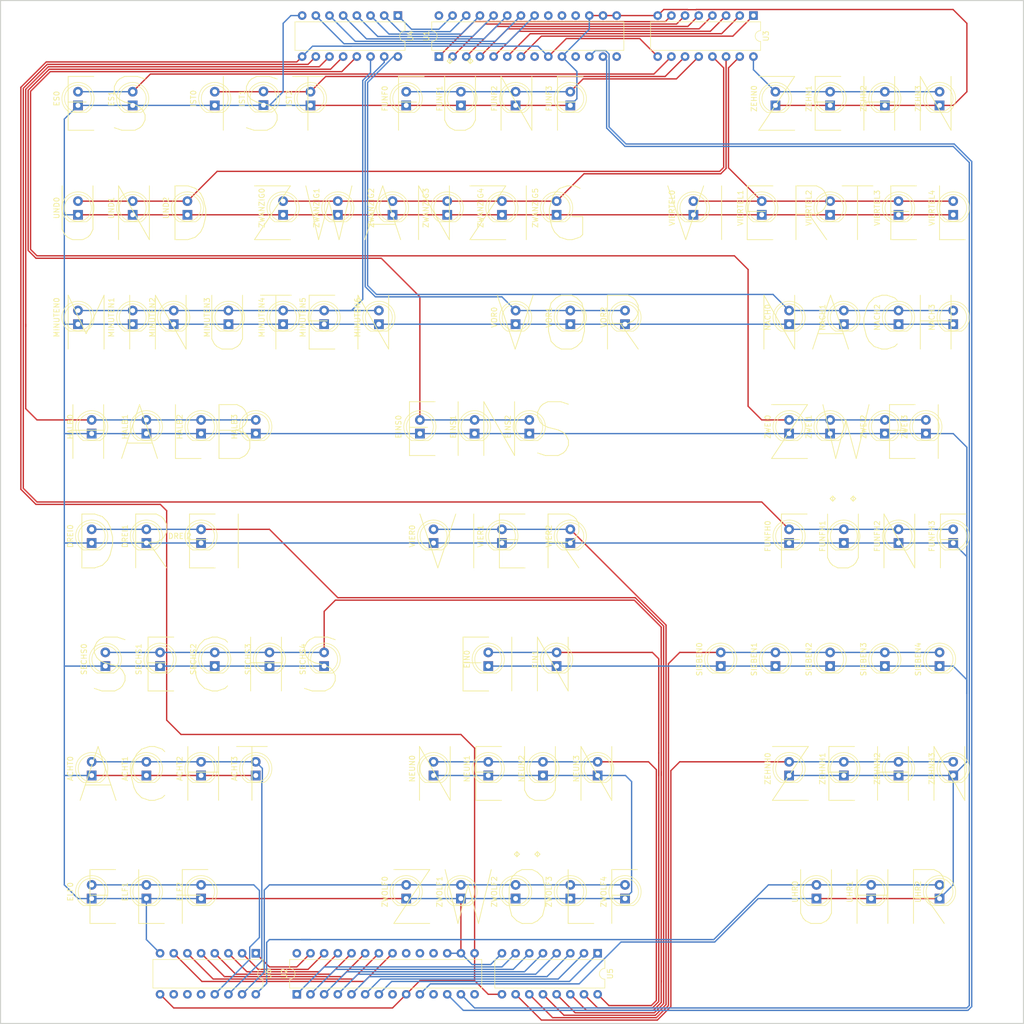
<source format=kicad_pcb>
(kicad_pcb (version 20211014) (generator pcbnew)
  (layers (0 "F.Cu" signal) (31 "B.Cu" signal) (34 "B.Paste" user) (35 "F.Paste" user) (36 "B.SilkS" user "B.Silkscreen") (37 "F.SilkS" user "F.Silkscreen") (38 "B.Mask" user) (39 "F.Mask" user) (44 "Edge.Cuts" user))
  (net 0 "")
  (net 1 "Net-(ES0-Pad2)")
  (net 2 "Net-(FUNF0-Pad2)")
  (net 3 "Net-(IST0-Pad2)")
  (net 4 "Net-(U1-Pad3)")
  (net 5 "Net-(U1-Pad4)")
  (net 6 "Net-(U1-Pad6)")
  (net 7 "Net-(U1-Pad9)")
  (net 9 "Net-(U1-Pad12)")
  (net 10 "Net-(U1-Pad13)")
  (net 15 "Net-(U1-Pad22)")
  (net 16 "Net-(U1-Pad23)")
  (net 17 "Net-(U1-Pad24)")
  (net 18 "Net-(U1-Pad25)")
  (net 19 "Net-(U1-Pad26)")
  (net 29 "Net-(ZEHN0-Pad1)")
  (net 30 "Net-(MINUTEN1-Pad2)")
  (net 31 "Net-(UND0-Pad2)")
  (net 32 "Net-(ZWANZIG0-Pad2)")
  (net 33 "Net-(VIERTEL0-Pad2)")
  (net 34 "Net-(ZEHN0-Pad2)")
  (net 35 "Net-(VOR0-Pad2)")
  (net 36 "Net-(ACHT2-Pad2)")
  (net 37 "Net-(EINS0-Pad2)")
  (net 38 "Net-(ELF2-Pad2)")
  (net 39 "Net-(FUNFH0-Pad2)")
  (net 40 "Net-(HALB1-Pad2)")
  (net 41 "Net-(NACH0-Pad2)")
  (net 42 "Net-(ZWEI0-Pad2)")
  (net 43 "Net-(VIER0-Pad2)")
  (net 44 "Net-(ZWOLF0-Pad2)")
  (net 45 "Net-(UHR0-Pad2)")
  (net 48 "Net-(U5-Pad1)")
  (net 49 "Net-(U5-Pad2)")
  (net 50 "Net-(U5-Pad3)")
  (net 51 "Net-(U5-Pad4)")
  (net 52 "Net-(U5-Pad5)")
  (net 54 "Net-(U6-Pad1)")
  (net 55 "Net-(U6-Pad2)")
  (net 56 "Net-(U3-Pad7)")
  (net 57 "Net-(U3-Pad6)")
  (net 58 "Net-(U3-Pad3)")
  (net 59 "Net-(U3-Pad1)")
  (net 60 "Net-(U4-Pad7)")
  (net 61 "Net-(U1-Pad27)")
  (net 62 "Net-(U2-Pad25)")
  (net 63 "Net-(U2-Pad24)")
  (net 64 "Net-(U2-Pad23)")
  (net 65 "Net-(U2-Pad22)")
  (net 66 "Net-(U6-Pad7)")
  (net 67 "Net-(U2-Pad2)")
  (net 68 "Net-(U2-Pad1)")
  (net 69 "Net-(U5-Pad10)")
  (net 70 "Net-(SIEBEN0-Pad2)")
  (net 71 "Net-(NEUN0-Pad2)")
  (net 72 "Net-(DREI0-Pad2)")
  (net 73 "Net-(EIN0-Pad2)")
  (net 74 "Net-(SECHS0-Pad2)")
  (footprint "LED_THT:LED_D5.0mm_Clear" (layer "F.Cu") (at 205.74 127 90)
    (fp_text reference "FUNFH3")
    (fp_text value "LED")
  )
  (footprint "LED_THT:LED_D5.0mm_Clear" (layer "F.Cu") (at 193.04 149.86 90)
    (fp_text reference "SIEBEN3")
    (fp_text value "LED")
  )
  (footprint "LED_THT:LED_D5.0mm_Clear" (layer "F.Cu") (at 132.08 66.04 90)
    (fp_text reference "ZWANZIG5")
    (fp_text value "LED")
  )
  (footprint "LED_THT:LED_D5.0mm_Clear" (layer "F.Cu") (at 205.74 66.04 90)
    (fp_text reference "VIERTEL4")
    (fp_text value "LED")
  )
  (footprint "LED_THT:LED_D5.0mm_Clear" (layer "F.Cu") (at 195.58 127 90)
    (fp_text reference "FUNFH2")
    (fp_text value "LED")
  )
  (footprint "LED_THT:LED_D5.0mm_Clear" (layer "F.Cu") (at 109.22 127 90)
    (fp_text reference "VIER0")
    (fp_text value "LED")
  )
  (footprint "LED_THT:LED_D5.0mm_Clear" (layer "F.Cu") (at 66.04 170.18 90)
    (fp_text reference "ACHT2")
    (fp_text value "LED")
  )
  (footprint "LED_THT:LED_D5.0mm_Clear" (layer "F.Cu") (at 48.26 149.86 90)
    (fp_text reference "SECHS0")
    (fp_text value "LED")
  )
  (footprint "LED_THT:LED_D5.0mm_Clear" (layer "F.Cu") (at 205.74 86.36 90)
    (fp_text reference "NACH3")
    (fp_text value "LED")
  )
  (footprint "LED_THT:LED_D5.0mm_Clear" (layer "F.Cu") (at 45.72 193.04 90)
    (fp_text reference "ELF0")
    (fp_text value "LED")
  )
  (footprint "LED_THT:LED_D5.0mm_Clear" (layer "F.Cu") (at 77.629069 45.667828 90)
    (fp_text reference "IST1")
    (fp_text value "LED")
  )
  (footprint "LED_THT:LED_D5.0mm_Clear" (layer "F.Cu") (at 157.48 66.04 90)
    (fp_text reference "VIERTEL0")
    (fp_text value "LED")
  )
  (footprint "LED_THT:LED_D5.0mm_Clear" (layer "F.Cu") (at 144.78 86.36 90)
    (fp_text reference "VOR2")
    (fp_text value "LED")
  )
  (footprint "LED_THT:LED_D5.0mm_Clear" (layer "F.Cu") (at 76.2 170.18 90)
    (fp_text reference "ACHT3")
    (fp_text value "LED")
  )
  (footprint "LED_THT:LED_D5.0mm_Clear" (layer "F.Cu") (at 134.62 86.36 90)
    (fp_text reference "VOR1")
    (fp_text value "LED")
  )
  (footprint "LED_THT:LED_D5.0mm_Clear" (layer "F.Cu") (at 121.92 127 90)
    (fp_text reference "VIER1")
    (fp_text value "LED")
  )
  (footprint "LED_THT:LED_D5.0mm_Clear" (layer "F.Cu") (at 200.66 106.68 90)
    (fp_text reference "ZWEI3")
    (fp_text value "LED")
  )
  (footprint "LED_THT:LED_D5.0mm_Clear" (layer "F.Cu") (at 53.34 66.04 90)
    (fp_text reference "UND1")
    (fp_text value "LED")
  )
  (footprint "Package_DIP:DIP-16_W7.62mm" (layer "F.Cu") (at 139.7 203.2 -90)
    (fp_text reference "U5")
    (fp_text value "MC1413P")
  )
  (footprint "LED_THT:LED_D5.0mm_Clear" (layer "F.Cu") (at 53.34 45.72 90)
    (fp_text reference "ES1")
    (fp_text value "LED")
  )
  (footprint "LED_THT:LED_D5.0mm_Clear" (layer "F.Cu") (at 99.06 86.36 90)
    (fp_text reference "MINUTEN6")
    (fp_text value "LED")
  )
  (footprint "LED_THT:LED_D5.0mm_Clear" (layer "F.Cu") (at 119.38 170.18 90)
    (fp_text reference "NEUN1")
    (fp_text value "LED")
  )
  (footprint "LED_THT:LED_D5.0mm_Clear" (layer "F.Cu") (at 78.74 149.86 90)
    (fp_text reference "SECHS3")
    (fp_text value "LED")
  )
  (footprint "LED_THT:LED_D5.0mm_Clear" (layer "F.Cu") (at 60.96 86.36 90)
    (fp_text reference "MINUTEN2")
    (fp_text value "LED")
  )
  (footprint "LED_THT:LED_D5.0mm_Clear" (layer "F.Cu") (at 58.42 149.86 90)
    (fp_text reference "SECHS1")
    (fp_text value "LED")
  )
  (footprint "LED_THT:LED_D5.0mm_Clear" (layer "F.Cu") (at 175.26 106.68 90)
    (fp_text reference "ZWEI0")
    (fp_text value "LED")
  )
  (footprint "LED_THT:LED_D5.0mm_Clear" (layer "F.Cu") (at 193.04 45.72 90)
    (fp_text reference "ZEHN2")
    (fp_text value "LED")
  )
  (footprint "LED_THT:LED_D5.0mm_Clear" (layer "F.Cu") (at 66.04 127 90)
    (fp_text reference "DREI2")
    (fp_text value "LED")
  )
  (footprint "LED_THT:LED_D5.0mm_Clear" (layer "F.Cu") (at 121.92 66.04 90)
    (fp_text reference "ZWANZIG4")
    (fp_text value "LED")
  )
  (footprint "LED_THT:LED_D5.0mm_Clear" (layer "F.Cu") (at 63.5 66.04 90)
    (fp_text reference "UND2")
    (fp_text value "LED")
  )
  (footprint "LED_THT:LED_D5.0mm_Clear" (layer "F.Cu") (at 88.9 86.36 90)
    (fp_text reference "MINUTEN5")
    (fp_text value "LED")
  )
  (footprint "LED_THT:LED_D5.0mm_Clear" (layer "F.Cu") (at 76.2 106.68 90)
    (fp_text reference "HALB3")
    (fp_text value "LED")
  )
  (footprint "LED_THT:LED_D5.0mm_Clear" (layer "F.Cu") (at 134.62 45.72 90)
    (fp_text reference "FUNF3")
    (fp_text value "LED")
  )
  (footprint "LED_THT:LED_D5.0mm_Clear" (layer "F.Cu") (at 182.88 66.04 90)
    (fp_text reference "VIERTEL2")
    (fp_text value "LE")
  )
  (footprint "LED_THT:LED_D5.0mm_Clear" (layer "F.Cu") (at 91.44 66.04 90)
    (fp_text reference "ZWANZIG1")
    (fp_text value "LED")
  )
  (footprint "LED_THT:LED_D5.0mm_Clear" (layer "F.Cu") (at 109.22 170.18 90)
    (fp_text reference "NEUN0")
    (fp_text value "LED")
  )
  (footprint "LED_THT:LED_D5.0mm_Clear" (layer "F.Cu") (at 139.7 170.18 90)
    (fp_text reference "NEUN3")
    (fp_text value "LED")
  )
  (footprint "LED_THT:LED_D5.0mm_Clear" (layer "F.Cu") (at 45.72 106.68 90)
    (fp_text reference "HALB0")
    (fp_text value "LED")
  )
  (footprint "LED_THT:LED_D5.0mm_Clear" (layer "F.Cu") (at 127 106.68 90)
    (fp_text reference "EINS2")
    (fp_text value "LED")
  )
  (footprint "LED_THT:LED_D5.0mm_Clear" (layer "F.Cu") (at 66.04 193.04 90)
    (fp_text reference "ELF2")
    (fp_text value "LED")
  )
  (footprint "LED_THT:LED_D5.0mm_Clear" (layer "F.Cu") (at 101.6 66.04 90)
    (fp_text reference "ZWANZIG2")
    (fp_text value "LED")
  )
  (footprint "LED_THT:LED_D5.0mm_Clear" (layer "F.Cu") (at 134.62 193.04 90)
    (fp_text reference "ZWOLF3")
    (fp_text value "LED")
  )
  (footprint "LED_THT:LED_D5.0mm_Clear" (layer "F.Cu") (at 111.76 66.04 90)
    (fp_text reference "ZWANZIG3")
    (fp_text value "LED")
  )
  (footprint "LED_THT:LED_D5.0mm_Clear" (layer "F.Cu") (at 162.56 149.86 90)
    (fp_text reference "SIEBEN0")
    (fp_text value "LED")
  )
  (footprint "LED_THT:LED_D5.0mm_Clear" (layer "F.Cu") (at 185.42 170.18 90)
    (fp_text reference "ZEHNH1")
    (fp_text value "LED")
  )
  (footprint "LED_THT:LED_D5.0mm_Clear" (layer "F.Cu") (at 114.3 193.04 90)
    (fp_text reference "ZWOLF1")
    (fp_text value "LED")
  )
  (footprint "LED_THT:LED_D5.0mm_Clear" (layer "F.Cu") (at 182.88 45.72 90)
    (fp_text reference "ZEHN1")
    (fp_text value "LED")
  )
  (footprint "LED_THT:LED_D5.0mm_Clear" (layer "F.Cu") (at 170.18 66.04 90)
    (fp_text reference "VIERTEL1")
    (fp_text value "LED")
  )
  (footprint "LED_THT:LED_D5.0mm_Clear" (layer "F.Cu") (at 68.58 45.72 90)
    (fp_text reference "IST0")
    (fp_text value "LED")
  )
  (footprint "LED_THT:LED_D5.0mm_Clear" (layer "F.Cu") (at 55.88 170.18 90)
    (fp_text reference "ACHT1")
    (fp_text value "LED")
  )
  (footprint "LED_THT:LED_D5.0mm_Clear" (layer "F.Cu") (at 81.28 86.36 90)
    (fp_text reference "MINUTEN4")
    (fp_text value "LED")
  )
  (footprint "LED_THT:LED_D5.0mm_Clear" (layer "F.Cu") (at 66.04 106.68 90)
    (fp_text reference "HALB2")
    (fp_text value "LED")
  )
  (footprint "Package_DIP:DIP-28_W7.62mm" (layer "F.Cu") (at 83.82 210.82 90)
    (fp_text reference "U2")
    (fp_text value "MCP23017_SP")
  )
  (footprint "LED_THT:LED_D5.0mm_Clear" (layer "F.Cu") (at 185.42 127 90)
    (fp_text reference "FUNFH1")
    (fp_text value "LED")
  )
  (footprint "LED_THT:LED_D5.0mm_Clear" (layer "F.Cu") (at 203.2 193.04 90)
    (fp_text reference "UHR2")
    (fp_text value "LED")
  )
  (footprint "LED_THT:LED_D5.0mm_Clear" (layer "F.Cu") (at 55.88 127 90)
    (fp_text reference "DREI1")
    (fp_text value "LED")
  )
  (footprint "LED_THT:LED_D5.0mm_Clear" (layer "F.Cu") (at 195.58 86.36 90)
    (fp_text reference "NACH2")
    (fp_text value "LED")
  )
  (footprint "LED_THT:LED_D5.0mm_Clear" (layer "F.Cu") (at 119.38 149.86 90)
    (fp_text reference "EIN0")
    (fp_text value "LED")
  )
  (footprint "LED_THT:LED_D5.0mm_Clear" (layer "F.Cu") (at 71.12 86.36 90)
    (fp_text reference "MINUTEN3")
    (fp_text value "LED")
  )
  (footprint "LED_THT:LED_D5.0mm_Clear" (layer "F.Cu") (at 144.78 193.04 90)
    (fp_text reference "ZWOLF4")
    (fp_text value "LED")
  )
  (footprint "LED_THT:LED_D5.0mm_Clear" (layer "F.Cu") (at 53.34 86.36 90)
    (fp_text reference "MINUTEN1")
    (fp_text value "LED")
  )
  (footprint "Package_DIP:DIP-16_W7.62mm" (layer "F.Cu") (at 102.591458 29.033013 -90)
    (fp_text reference "U4")
    (fp_text value "MC1413P")
  )
  (footprint "LED_THT:LED_D5.0mm_Clear" (layer "F.Cu") (at 124.46 86.36 90)
    (fp_text reference "VOR0")
    (fp_text value "LED")
  )
  (footprint "LED_THT:LED_D5.0mm_Clear" (layer "F.Cu") (at 190.5 193.04 90)
    (fp_text reference "UHR1")
    (fp_text value "LED")
  )
  (footprint "LED_THT:LED_D5.0mm_Clear" (layer "F.Cu") (at 43.18 86.36 90)
    (fp_text reference "MINUTEN0")
    (fp_text value "LED")
  )
  (footprint "Package_DIP:DIP-16_W7.62mm" (layer "F.Cu") (at 76.2 203.2 -90)
    (fp_text reference "U6")
    (fp_text value "MC1413P")
  )
  (footprint "LED_THT:LED_D5.0mm_Clear" (layer "F.Cu") (at 195.58 170.18 90)
    (fp_text reference "ZEHNH2")
    (fp_text value "LED")
  )
  (footprint "LED_THT:LED_D5.0mm_Clear" (layer "F.Cu") (at 106.68 106.68 90)
    (fp_text reference "EINS0")
    (fp_text value "LED")
  )
  (footprint "LED_THT:LED_D5.0mm_Clear" (layer "F.Cu") (at 129.54 170.18 90)
    (fp_text reference "NEUN2")
    (fp_text value "LED")
  )
  (footprint "LED_THT:LED_D5.0mm_Clear" (layer "F.Cu") (at 124.46 45.72 90)
    (fp_text reference "FUNF2")
    (fp_text value "LE")
  )
  (footprint "LED_THT:LED_D5.0mm_Clear" (layer "F.Cu") (at 43.18 45.72 90)
    (fp_text reference "ES0")
    (fp_text value "LED")
  )
  (footprint "LED_THT:LED_D5.0mm_Clear" (layer "F.Cu") (at 114.3 45.72 90)
    (fp_text reference "FUNF1")
    (fp_text value "LED")
  )
  (footprint "LED_THT:LED_D5.0mm_Clear" (layer "F.Cu") (at 104.14 45.72 90)
    (fp_text reference "FUNF0")
    (fp_text value "LED")
  )
  (footprint "LED_THT:LED_D5.0mm_Clear" (layer "F.Cu") (at 45.72 127 90)
    (fp_text reference "DREI0")
    (fp_text value "LED")
  )
  (footprint "LED_THT:LED_D5.0mm_Clear" (layer "F.Cu") (at 86.36 45.72 90)
    (fp_text reference "IST2")
    (fp_text value "LED")
  )
  (footprint "LED_THT:LED_D5.0mm_Clear" (layer "F.Cu") (at 116.84 106.68 90)
    (fp_text reference "EINS1")
    (fp_text value "LED")
  )
  (footprint "LED_THT:LED_D5.0mm_Clear" (layer "F.Cu") (at 68.58 149.86 90)
    (fp_text reference "SECHS2")
    (fp_text value "LED")
  )
  (footprint "LED_THT:LED_D5.0mm_Clear" (layer "F.Cu") (at 88.9 149.86 90)
    (fp_text reference "SECHS4")
    (fp_text value "LED")
  )
  (footprint "Package_DIP:DIP-28_W7.62mm" (layer "F.Cu") (at 110.211458 36.653013 90)
    (fp_text reference "U1")
    (fp_text value "MCP23017_SP")
  )
  (footprint "LED_THT:LED_D5.0mm_Clear" (layer "F.Cu") (at 205.74 170.18 90)
    (fp_text reference "ZEHNH3")
    (fp_text value "LED")
  )
  (footprint "LED_THT:LED_D5.0mm_Clear" (layer "F.Cu") (at 195.58 66.04 90)
    (fp_text reference "VIERTEL3")
    (fp_text value "LED")
  )
  (footprint "Package_DIP:DIP-16_W7.62mm" (layer "F.Cu") (at 168.631458 29.033013 -90)
    (fp_text reference "U3")
    (fp_text value "MC1413P")
  )
  (footprint "LED_THT:LED_D5.0mm_Clear" (layer "F.Cu") (at 182.88 149.86 90)
    (fp_text reference "SIEBEN2")
    (fp_text value "LED")
  )
  (footprint "LED_THT:LED_D5.0mm_Clear" (layer "F.Cu") (at 185.42 86.36 90)
    (fp_text reference "NACH1")
    (fp_text value "LED")
  )
  (footprint "LED_THT:LED_D5.0mm_Clear" (layer "F.Cu") (at 134.62 127 90)
    (fp_text reference "VIER2")
    (fp_text value "LED")
  )
  (footprint "LED_THT:LED_D5.0mm_Clear" (layer "F.Cu") (at 45.72 170.18 90)
    (fp_text reference "ACHT0")
    (fp_text value "LE")
  )
  (footprint "LED_THT:LED_D5.0mm_Clear" (layer "F.Cu") (at 124.46 193.04 90)
    (fp_text reference "ZWOLF2")
    (fp_text value "LED")
  )
  (footprint "LED_THT:LED_D5.0mm_Clear" (layer "F.Cu") (at 203.2 45.72 90)
    (fp_text reference "ZEHN3")
    (fp_text value "LED")
  )
  (footprint "LED_THT:LED_D5.0mm_Clear" (layer "F.Cu") (at 193.04 106.68 90)
    (fp_text reference "ZWEI2")
    (fp_text value "LED")
  )
  (footprint "LED_THT:LED_D5.0mm_Clear" (layer "F.Cu") (at 203.2 149.86 90)
    (fp_text reference "SIEBEN4")
    (fp_text value "LED")
  )
  (footprint "LED_THT:LED_D5.0mm_Clear" (layer "F.Cu") (at 55.88 106.68 90)
    (fp_text reference "HALB1")
    (fp_text value "LED")
  )
  (footprint "LED_THT:LED_D5.0mm_Clear" (layer "F.Cu") (at 175.26 127 90)
    (fp_text reference "FUNFH0")
    (fp_text value "LED")
  )
  (footprint "LED_THT:LED_D5.0mm_Clear" (layer "F.Cu") (at 81.28 66.04 90)
    (fp_text reference "ZWANZIG0")
    (fp_text value "LED")
  )
  (footprint "LED_THT:LED_D5.0mm_Clear" (layer "F.Cu") (at 104.14 193.04 90)
    (fp_text reference "ZWOLF0")
    (fp_text value "LED")
  )
  (footprint "LED_THT:LED_D5.0mm_Clear" (layer "F.Cu") (at 180.34 193.04 90)
    (fp_text reference "UHR0")
    (fp_text value "LED")
  )
  (footprint "LED_THT:LED_D5.0mm_Clear" (layer "F.Cu") (at 175.26 170.18 90)
    (fp_text reference "ZEHNH0")
    (fp_text value "LED")
  )
  (footprint "LED_THT:LED_D5.0mm_Clear" (layer "F.Cu") (at 43.18 66.04 90)
    (fp_text reference "UND0")
    (fp_text value "LED")
  )
  (footprint "LED_THT:LED_D5.0mm_Clear" (layer "F.Cu") (at 55.88 193.04 90)
    (fp_text reference "ELF1")
    (fp_text value "LED")
  )
  (footprint "LED_THT:LED_D5.0mm_Clear" (layer "F.Cu") (at 182.88 106.68 90)
    (fp_text reference "ZWEI1")
    (fp_text value "LED")
  )
  (footprint "LED_THT:LED_D5.0mm_Clear" (layer "F.Cu") (at 172.72 45.72 90)
    (fp_text reference "ZEHN0")
    (fp_text value "LED")
  )
  (footprint "LED_THT:LED_D5.0mm_Clear" (layer "F.Cu") (at 132.08 149.86 90)
    (fp_text reference "EIN1")
    (fp_text value "LED")
  )
  (footprint "LED_THT:LED_D5.0mm_Clear" (layer "F.Cu") (at 175.26 86.36 90)
    (fp_text reference "NACH0")
    (fp_text value "LED")
  )
  (footprint "LED_THT:LED_D5.0mm_Clear" (layer "F.Cu") (at 172.72 149.86 90)
    (fp_text reference "SIEBEN1")
    (fp_text value "LED")
  )
  (gr_rect (start 218.791692 216.242945) (end 28.791692 26.242945) (layer "Edge.Cuts") (width 0.2) (fill none))
  (gr_text "IST" (at 78.74 45.72) (layer "F.SilkS") (effects (font (size 10 10))))
  (gr_text "ZEHN" (at 187.96 45.72) (layer "F.SilkS") (effects (font (size 10 10))))
  (gr_text "UND" (at 53.34 66.04) (layer "F.SilkS") (effects (font (size 10 10))))
  (gr_text "FÜNF" (at 119.38 45.72) (layer "F.SilkS") (effects (font (size 10 10))))
  (gr_text "NEUN" (at 124.46 170.18) (layer "F.SilkS") (effects (font (size 10 10))))
  (gr_text "VIER" (at 121.92 127) (layer "F.SilkS") (effects (font (size 10 10))))
  (gr_text "SECHS" (at 68.58 149.86) (layer "F.SilkS") (effects (font (size 10 10))))
  (gr_text "ZWANZIG" (at 106.68 66.04) (layer "F.SilkS") (effects (font (size 10 10))))
  (gr_text "VOR" (at 134.62 86.36) (layer "F.SilkS") (effects (font (size 10 10))))
  (gr_text "DREI" (at 58.42 127) (layer "F.SilkS") (effects (font (size 10 10))))
  (gr_text "FÜNF" (at 190.5 127) (layer "F.SilkS") (effects (font (size 10 10))))
  (gr_text "MINUTEN" (at 71.12 86.36) (layer "F.SilkS") (effects (font (size 10 10))))
  (gr_text "UHR" (at 190.5 193.04) (layer "F.SilkS") (effects (font (size 10 10))))
  (gr_text "ES" (at 48.26 45.72) (layer "F.SilkS") (effects (font (size 10 10))))
  (gr_text "ZWÖLF" (at 124.46 193.04) (layer "F.SilkS") (effects (font (size 10 10))))
  (gr_text "HALB" (at 58.42 106.68) (layer "F.SilkS") (effects (font (size 10 10))))
  (gr_text "ACHT" (at 60.96 170.18) (layer "F.SilkS") (effects (font (size 10 10))))
  (gr_text "ELF" (at 55.88 193.04) (layer "F.SilkS") (effects (font (size 10 10))))
  (gr_text "EINS" (at 119.267404 106.134414) (layer "F.SilkS") (effects (font (size 10 10))))
  (gr_text "EIN" (at 124.46 149.86) (layer "F.SilkS") (effects (font (size 10 10))))
  (gr_text "VIERTEL" (at 180.34 66.04) (layer "F.SilkS") (effects (font (size 10 10))))
  (gr_text "ZEHN" (at 190.5 170.18) (layer "F.SilkS") (effects (font (size 10 10))))
  (gr_text "ZWEI" (at 187.96 106.68) (layer "F.SilkS") (effects (font (size 10 10))))
  (gr_text "NACH" (at 187.96 86.36) (layer "F.SilkS") (effects (font (size 10 10))))
  (segment (start 53.34 43.18) (end 56.62192 39.89808) (width 0.25) (layer "F.Cu") (net 1))
  (segment (start 150.146391 39.89808) (end 153.391458 36.653013) (width 0.25) (layer "F.Cu") (net 1))
  (segment (start 56.62192 39.89808) (end 150.146391 39.89808) (width 0.25) (layer "F.Cu") (net 1))
  (segment (start 43.18 43.18) (end 53.34 43.18) (width 0.25) (layer "B.Cu") (net 1))
  (segment (start 137.00288 40.79712) (end 154.327351 40.79712) (width 0.25) (layer "F.Cu") (net 2))
  (segment (start 134.62 43.18) (end 137.00288 40.79712) (width 0.25) (layer "F.Cu") (net 2))
  (segment (start 154.327351 40.79712) (end 158.471458 36.653013) (width 0.25) (layer "F.Cu") (net 2))
  (segment (start 104.14 43.18) (end 134.62 43.18) (width 0.25) (layer "B.Cu") (net 2))
  (segment (start 89.1924 40.3476) (end 152.236871 40.3476) (width 0.25) (layer "F.Cu") (net 3))
  (segment (start 152.236871 40.3476) (end 155.931458 36.653013) (width 0.25) (layer "F.Cu") (net 3))
  (segment (start 86.36 43.18) (end 89.1924 40.3476) (width 0.25) (layer "F.Cu") (net 3))
  (segment (start 68.58 43.18) (end 86.36 43.18) (width 0.25) (layer "F.Cu") (net 3))
  (segment (start 120.887907 31.056564) (end 156.447907 31.056564) (width 0.25) (layer "F.Cu") (net 4))
  (segment (start 156.447907 31.056564) (end 158.471458 29.033013) (width 0.25) (layer "F.Cu") (net 4))
  (segment (start 115.291458 36.653013) (end 120.887907 31.056564) (width 0.25) (layer "F.Cu") (net 4))
  (segment (start 117.831458 36.653013) (end 122.978387 31.506084) (width 0.25) (layer "F.Cu") (net 5))
  (segment (start 158.538387 31.506084) (end 161.011458 29.033013) (width 0.25) (layer "F.Cu") (net 5))
  (segment (start 122.978387 31.506084) (end 158.538387 31.506084) (width 0.25) (layer "F.Cu") (net 5))
  (segment (start 162.719347 32.405124) (end 166.091458 29.033013) (width 0.25) (layer "F.Cu") (net 6))
  (segment (start 127.159347 32.405124) (end 162.719347 32.405124) (width 0.25) (layer "F.Cu") (net 6))
  (segment (start 122.911458 36.653013) (end 127.159347 32.405124) (width 0.25) (layer "F.Cu") (net 6))
  (segment (start 147.502609 33.304164) (end 133.880307 33.304164) (width 0.25) (layer "F.Cu") (net 7))
  (segment (start 114.3 162.56) (end 116.84 165.1) (width 0.25) (layer "F.Cu") (net 7))
  (segment (start 37.278086 37.65048) (end 32.57048 42.358086) (width 0.25) (layer "F.Cu") (net 7))
  (segment (start 84.811458 36.653013) (end 83.813991 37.65048) (width 0.25) (layer "F.Cu") (net 7))
  (segment (start 59.644511 159.893502) (end 62.311009 162.56) (width 0.25) (layer "F.Cu") (net 7))
  (segment (start 60.96 213.36) (end 58.42 210.82) (width 0.25) (layer "F.Cu") (net 7))
  (segment (start 106.68 208.28) (end 104.14 210.82) (width 0.25) (layer "F.Cu") (net 7))
  (segment (start 32.57048 117.026197) (end 35.373803 119.82952) (width 0.25) (layer "F.Cu") (net 7))
  (segment (start 62.311009 162.56) (end 114.3 162.56) (width 0.25) (layer "F.Cu") (net 7))
  (segment (start 119.38 210.82) (end 116.84 208.28) (width 0.25) (layer "F.Cu") (net 7))
  (segment (start 101.6 213.36) (end 60.96 213.36) (width 0.25) (layer "F.Cu") (net 7))
  (segment (start 150.851458 36.653013) (end 147.502609 33.304164) (width 0.25) (layer "F.Cu") (net 7))
  (segment (start 58.472404 119.82952) (end 59.644511 121.001627) (width 0.25) (layer "F.Cu") (net 7))
  (segment (start 83.813991 37.65048) (end 37.278086 37.65048) (width 0.25) (layer "F.Cu") (net 7))
  (segment (start 35.373803 119.82952) (end 58.472404 119.82952) (width 0.25) (layer "F.Cu") (net 7))
  (segment (start 32.57048 42.358086) (end 32.57048 117.026197) (width 0.25) (layer "F.Cu") (net 7))
  (segment (start 116.84 208.28) (end 106.68 208.28) (width 0.25) (layer "F.Cu") (net 7))
  (segment (start 121.92 210.82) (end 119.38 210.82) (width 0.25) (layer "F.Cu") (net 7))
  (segment (start 59.644511 121.001627) (end 59.644511 159.893502) (width 0.25) (layer "F.Cu") (net 7))
  (segment (start 133.880307 33.304164) (end 130.531458 36.653013) (width 0.25) (layer "F.Cu") (net 7))
  (segment (start 116.84 208.28) (end 116.84 203.2) (width 0.25) (layer "F.Cu") (net 7))
  (segment (start 104.14 210.82) (end 101.6 213.36) (width 0.25) (layer "F.Cu") (net 7))
  (segment (start 116.84 165.1) (end 116.84 203.2) (width 0.25) (layer "F.Cu") (net 7))
  (segment (start 128.598098 34.719653) (end 130.531458 36.653013) (width 0.25) (layer "B.Cu") (net 7))
  (segment (start 86.744818 34.719653) (end 93.98 34.719653) (width 0.25) (layer "B.Cu") (net 7))
  (segment (start 92.40238 34.719653) (end 128.598098 34.719653) (width 0.25) (layer "B.Cu") (net 7))
  (segment (start 84.811458 36.653013) (end 86.744818 34.719653) (width 0.25) (layer "B.Cu") (net 7))
  (segment (start 141.815969 36.187224) (end 141.815969 49.740251) (width 0.25) (layer "B.Cu") (net 9))
  (segment (start 209.17904 213.096678) (end 208.466197 213.80952) (width 0.25) (layer "B.Cu") (net 9))
  (segment (start 141.157247 35.528502) (end 141.815969 36.187224) (width 0.25) (layer "B.Cu") (net 9))
  (segment (start 144.966198 52.89048) (end 205.926198 52.89048) (width 0.25) (layer "B.Cu") (net 9))
  (segment (start 141.815969 49.740251) (end 144.966198 52.89048) (width 0.25) (layer "B.Cu") (net 9))
  (segment (start 139.275969 35.528502) (end 141.157247 35.528502) (width 0.25) (layer "B.Cu") (net 9))
  (segment (start 114.74952 213.80952) (end 111.76 210.82) (width 0.25) (layer "B.Cu") (net 9))
  (segment (start 209.17904 56.143323) (end 209.17904 213.096678) (width 0.25) (layer "B.Cu") (net 9))
  (segment (start 208.466197 213.80952) (end 114.74952 213.80952) (width 0.25) (layer "B.Cu") (net 9))
  (segment (start 138.151458 36.653013) (end 139.275969 35.528502) (width 0.25) (layer "B.Cu") (net 9))
  (segment (start 205.926198 52.89048) (end 209.17904 56.143323) (width 0.25) (layer "B.Cu") (net 9))
  (segment (start 141.366449 49.926449) (end 144.78 53.34) (width 0.25) (layer "B.Cu") (net 10))
  (segment (start 208.72952 56.32952) (end 208.72952 212.91048) (width 0.25) (layer "B.Cu") (net 10))
  (segment (start 141.366449 37.328004) (end 141.366449 49.926449) (width 0.25) (layer "B.Cu") (net 10))
  (segment (start 208.28 213.36) (end 116.84 213.36) (width 0.25) (layer "B.Cu") (net 10))
  (segment (start 140.691458 36.653013) (end 141.366449 37.328004) (width 0.25) (layer "B.Cu") (net 10))
  (segment (start 208.72952 212.91048) (end 208.28 213.36) (width 0.25) (layer "B.Cu") (net 10))
  (segment (start 116.84 213.36) (end 114.3 210.82) (width 0.25) (layer "B.Cu") (net 10))
  (segment (start 205.74 53.34) (end 208.72952 56.32952) (width 0.25) (layer "B.Cu") (net 10))
  (segment (start 144.78 53.34) (end 205.74 53.34) (width 0.25) (layer "B.Cu") (net 10))
  (segment (start 94.679058 33.820613) (end 89.891458 29.033013) (width 0.25) (layer "B.Cu") (net 15))
  (segment (start 120.663858 33.820613) (end 94.679058 33.820613) (width 0.25) (layer "B.Cu") (net 15))
  (segment (start 125.451458 29.033013) (end 120.663858 33.820613) (width 0.25) (layer "B.Cu") (net 15))
  (segment (start 122.911458 29.033013) (end 118.573378 33.371093) (width 0.25) (layer "B.Cu") (net 16))
  (segment (start 96.769538 33.371093) (end 92.431458 29.033013) (width 0.25) (layer "B.Cu") (net 16))
  (segment (start 118.573378 33.371093) (end 96.769538 33.371093) (width 0.25) (layer "B.Cu") (net 16))
  (segment (start 116.482898 32.921573) (end 98.860018 32.921573) (width 0.25) (layer "B.Cu") (net 17))
  (segment (start 120.371458 29.033013) (end 116.482898 32.921573) (width 0.25) (layer "B.Cu") (net 17))
  (segment (start 98.860018 32.921573) (end 94.971458 29.033013) (width 0.25) (layer "B.Cu") (net 17))
  (segment (start 100.950498 32.472053) (end 97.511458 29.033013) (width 0.25) (layer "B.Cu") (net 18))
  (segment (start 114.392418 32.472053) (end 100.950498 32.472053) (width 0.25) (layer "B.Cu") (net 18))
  (segment (start 117.831458 29.033013) (end 114.392418 32.472053) (width 0.25) (layer "B.Cu") (net 18))
  (segment (start 115.291458 29.033013) (end 112.301938 32.022533) (width 0.25) (layer "B.Cu") (net 19))
  (segment (start 112.301938 32.022533) (end 103.040978 32.022533) (width 0.25) (layer "B.Cu") (net 19))
  (segment (start 103.040978 32.022533) (end 100.051458 29.033013) (width 0.25) (layer "B.Cu") (net 19))
  (segment (start 208.28 43.18) (end 205.74 45.72) (width 0.25) (layer "F.Cu") (net 29))
  (segment (start 151.975969 27.908502) (end 156.397247 27.908502) (width 0.25) (layer "F.Cu") (net 29))
  (segment (start 45.72 170.18) (end 76.2 170.18) (width 0.25) (layer "F.Cu") (net 29))
  (segment (start 43.18 66.04) (end 205.74 66.04) (width 0.25) (layer "F.Cu") (net 29))
  (segment (start 203.2 193.04) (end 180.34 193.04) (width 0.25) (layer "F.Cu") (net 29))
  (segment (start 205.74 45.72) (end 203.2 45.72) (width 0.25) (layer "F.Cu") (net 29))
  (segment (start 104.14 45.72) (end 86.36 45.72) (width 0.25) (layer "F.Cu") (net 29))
  (segment (start 158.005669 27.908502) (end 205.708502 27.908502) (width 0.25) (layer "F.Cu") (net 29))
  (segment (start 156.428745 27.94) (end 157.974171 27.94) (width 0.25) (layer "F.Cu") (net 29))
  (segment (start 104.14 45.72) (end 134.62 45.72) (width 0.25) (layer "F.Cu") (net 29))
  (segment (start 172.72 45.72) (end 203.2 45.72) (width 0.25) (layer "F.Cu") (net 29))
  (segment (start 208.28 30.48) (end 208.28 43.18) (width 0.25) (layer "F.Cu") (net 29))
  (segment (start 205.708502 27.908502) (end 208.28 30.48) (width 0.25) (layer "F.Cu") (net 29))
  (segment (start 143.231458 29.033013) (end 150.851458 29.033013) (width 0.25) (layer "F.Cu") (net 29))
  (segment (start 140.691458 29.033013) (end 138.151458 29.033013) (width 0.25) (layer "F.Cu") (net 29))
  (segment (start 150.851458 29.033013) (end 151.975969 27.908502) (width 0.25) (layer "F.Cu") (net 29))
  (segment (start 104.14 193.04) (end 66.04 193.04) (width 0.25) (layer "F.Cu") (net 29))
  (segment (start 157.974171 27.94) (end 158.005669 27.908502) (width 0.25) (layer "F.Cu") (net 29))
  (segment (start 156.397247 27.908502) (end 156.428745 27.94) (width 0.25) (layer "F.Cu") (net 29))
  (segment (start 114.3 193.04) (end 114.3 203.2) (width 0.25) (layer "F.Cu") (net 29))
  (segment (start 143.231458 29.033013) (end 140.691458 29.033013) (width 0.25) (layer "F.Cu") (net 29))
  (segment (start 108.61336 208.88664) (end 136.262382 208.88664) (width 0.25) (layer "B.Cu") (net 29))
  (segment (start 134.62 127) (end 175.26 127) (width 0.25) (layer "B.Cu") (net 29))
  (segment (start 144.868725 170.18) (end 139.7 170.18) (width 0.25) (layer "B.Cu") (net 29))
  (segment (start 43.18 86.36) (end 205.74 86.36) (width 0.25) (layer "B.Cu") (net 29))
  (segment (start 116.39048 205.29048) (end 119.82952 205.29048) (width 0.25) (layer "B.Cu") (net 29))
  (segment (start 109.22 127) (end 134.62 127) (width 0.25) (layer "B.Cu") (net 29))
  (segment (start 203.2 149.86) (end 205.74 149.86) (width 0.25) (layer "B.Cu") (net 29))
  (segment (start 208.28 154.94) (end 208.28 167.64) (width 0.25) (layer "B.Cu") (net 29))
  (segment (start 43.18 45.72) (end 53.34 45.72) (width 0.25) (layer "B.Cu") (net 29))
  (segment (start 205.74 190.5) (end 203.2 193.04) (width 0.25) (layer "B.Cu") (net 29))
  (segment (start 111.76 203.2) (end 114.3 203.2) (width 0.25) (layer "B.Cu") (net 29))
  (segment (start 43.18 86.36) (end 40.64 86.36) (width 0.25) (layer "B.Cu") (net 29))
  (segment (start 55.88 200.66) (end 58.42 203.2) (width 0.25) (layer "B.Cu") (net 29))
  (segment (start 43.18 66.04) (end 40.64 66.04) (width 0.25) (layer "B.Cu") (net 29))
  (segment (start 162.56 149.86) (end 203.2 149.86) (width 0.25) (layer "B.Cu") (net 29))
  (segment (start 82.726987 29.033013) (end 84.811458 29.033013) (width 0.25) (layer "B.Cu") (net 29))
  (segment (start 169.514214 193.04) (end 180.34 193.04) (width 0.25) (layer "B.Cu") (net 29))
  (segment (start 43.18 193.04) (end 45.72 193.04) (width 0.25) (layer "B.Cu") (net 29))
  (segment (start 106.68 210.82) (end 108.61336 208.88664) (width 0.25) (layer "B.Cu") (net 29))
  (segment (start 45.72 106.68) (end 40.64 106.68) (width 0.25) (layer "B.Cu") (net 29))
  (segment (start 146.004511 191.815489) (end 146.004511 171.315786) (width 0.25) (layer "B.Cu") (net 29))
  (segment (start 208.28 129.54) (end 208.28 109.22) (width 0.25) (layer "B.Cu") (net 29))
  (segment (start 144.039502 201.10952) (end 161.444694 201.10952) (width 0.25) (layer "B.Cu") (net 29))
  (segment (start 45.72 127) (end 40.64 127) (width 0.25) (layer "B.Cu") (net 29))
  (segment (start 138.151458 31.573013) (end 133.071458 36.653013) (width 0.25) (layer "B.Cu") (net 29))
  (segment (start 53.34 45.72) (end 68.58 45.72) (width 0.25) (layer "B.Cu") (net 29))
  (segment (start 205.74 106.68) (end 200.66 106.68) (width 0.25) (layer "B.Cu") (net 29))
  (segment (start 114.3 203.2) (end 116.39048 205.29048) (width 0.25) (layer "B.Cu") (net 29))
  (segment (start 135.844511 39.426066) (end 135.844511 44.495489) (width 0.25) (layer "B.Cu") (net 29))
  (segment (start 119.82952 205.29048) (end 121.92 203.2) (width 0.25) (layer "B.Cu") (net 29))
  (segment (start 208.28 129.54) (end 208.28 154.94) (width 0.25) (layer "B.Cu") (net 29))
  (segment (start 86.36 45.72) (end 78.74 45.72) (width 0.25) (layer "B.Cu") (net 29))
  (segment (start 48.26 149.86) (end 88.9 149.86) (width 0.25) (layer "B.Cu") (net 29))
  (segment (start 55.88 193.04) (end 55.88 200.66) (width 0.25) (layer "B.Cu") (net 29))
  (segment (start 40.64 190.5) (end 43.18 193.04) (width 0.25) (layer "B.Cu") (net 29))
  (segment (start 119.38 149.86) (end 162.56 149.86) (width 0.25) (layer "B.Cu") (net 29))
  (segment (start 205.74 127) (end 208.28 129.54) (width 0.25) (layer "B.Cu") (net 29))
  (segment (start 144.78 193.04) (end 146.004511 191.815489) (width 0.25) (layer "B.Cu") (net 29))
  (segment (start 161.444694 201.10952) (end 169.514214 193.04) (width 0.25) (layer "B.Cu") (net 29))
  (segment (start 45.72 193.04) (end 66.04 193.04) (width 0.25) (layer "B.Cu") (net 29))
  (segment (start 175.26 127) (end 205.74 127) (width 0.25) (layer "B.Cu") (net 29))
  (segment (start 40.64 48.26) (end 40.64 190.5) (width 0.25) (layer "B.Cu") (net 29))
  (segment (start 78.74 45.72) (end 81.28 43.18) (width 0.25) (layer "B.Cu") (net 29))
  (segment (start 205.74 170.18) (end 205.74 190.5) (width 0.25) (layer "B.Cu") (net 29))
  (segment (start 133.071458 36.653013) (end 135.844511 39.426066) (width 0.25) (layer "B.Cu") (net 29))
  (segment (start 138.151458 29.033013) (end 138.151458 31.573013) (width 0.25) (layer "B.Cu") (net 29))
  (segment (start 200.66 106.68) (end 45.72 106.68) (width 0.25) (layer "B.Cu") (net 29))
  (segment (start 45.72 170.18) (end 40.64 170.18) (width 0.25) (layer "B.Cu") (net 29))
  (segment (start 45.72 127) (end 66.04 127) (width 0.25) (layer "B.Cu") (net 29))
  (segment (start 135.844511 44.495489) (end 134.62 45.72) (width 0.25) (layer "B.Cu") (net 29))
  (segment (start 146.004511 171.315786) (end 144.868725 170.18) (width 0.25) (layer "B.Cu") (net 29))
  (segment (start 208.28 109.22) (end 205.74 106.68) (width 0.25) (layer "B.Cu") (net 29))
  (segment (start 208.28 167.64) (end 205.74 170.18) (width 0.25) (layer "B.Cu") (net 29))
  (segment (start 136.262382 208.88664) (end 144.039502 201.10952) (width 0.25) (layer "B.Cu") (net 29))
  (segment (start 48.26 149.86) (end 40.64 149.86) (width 0.25) (layer "B.Cu") (net 29))
  (segment (start 144.78 193.04) (end 104.14 193.04) (width 0.25) (layer "B.Cu") (net 29))
  (segment (start 81.28 43.18) (end 81.28 30.48) (width 0.25) (layer "B.Cu") (net 29))
  (segment (start 81.28 30.48) (end 82.726987 29.033013) (width 0.25) (layer "B.Cu") (net 29))
  (segment (start 205.74 170.18) (end 175.26 170.18) (width 0.25) (layer "B.Cu") (net 29))
  (segment (start 109.22 170.18) (end 139.7 170.18) (width 0.25) (layer "B.Cu") (net 29))
  (segment (start 205.74 149.86) (end 208.28 152.4) (width 0.25) (layer "B.Cu") (net 29))
  (segment (start 208.28 152.4) (end 208.28 154.94) (width 0.25) (layer "B.Cu") (net 29))
  (segment (start 68.58 45.72) (end 78.74 45.72) (width 0.25) (layer "B.Cu") (net 29))
  (segment (start 43.18 45.72) (end 40.64 48.26) (width 0.25) (layer "B.Cu") (net 29))
  (segment (start 66.04 127) (end 109.22 127) (width 0.25) (layer "B.Cu") (net 29))
  (segment (start 93.98 83.82) (end 88.9 83.82) (width 0.25) (layer "B.Cu") (net 30))
  (segment (start 97.511458 39.648542) (end 96.07048 41.08952) (width 0.25) (layer "B.Cu") (net 30))
  (segment (start 99.06 83.82) (end 43.18 83.82) (width 0.25) (layer "B.Cu") (net 30))
  (segment (start 96.07048 81.72952) (end 93.98 83.82) (width 0.25) (layer "B.Cu") (net 30))
  (segment (start 97.511458 36.653013) (end 97.511458 39.648542) (width 0.25) (layer "B.Cu") (net 30))
  (segment (start 96.07048 41.08952) (end 96.07048 81.72952) (width 0.25) (layer "B.Cu") (net 30))
  (segment (start 69.02952 57.97048) (end 162.373802 57.97048) (width 0.25) (layer "F.Cu") (net 31))
  (segment (start 163.101938 57.242344) (end 163.101938 38.743493) (width 0.25) (layer "F.Cu") (net 31))
  (segment (start 63.5 63.5) (end 69.02952 57.97048) (width 0.25) (layer "F.Cu") (net 31))
  (segment (start 163.101938 38.743493) (end 161.011458 36.653013) (width 0.25) (layer "F.Cu") (net 31))
  (segment (start 162.373802 57.97048) (end 163.101938 57.242344) (width 0.25) (layer "F.Cu") (net 31))
  (segment (start 63.5 63.5) (end 43.18 63.5) (width 0.25) (layer "F.Cu") (net 31))
  (segment (start 132.08 63.5) (end 137.16 58.42) (width 0.25) (layer "F.Cu") (net 32))
  (segment (start 162.56 58.42) (end 163.551458 57.428542) (width 0.25) (layer "F.Cu") (net 32))
  (segment (start 132.08 63.5) (end 81.28 63.5) (width 0.25) (layer "F.Cu") (net 32))
  (segment (start 137.16 58.42) (end 162.56 58.42) (width 0.25) (layer "F.Cu") (net 32))
  (segment (start 163.551458 57.428542) (end 163.551458 36.653013) (width 0.25) (layer "F.Cu") (net 32))
  (segment (start 166.091458 36.653013) (end 164.000978 38.743493) (width 0.25) (layer "F.Cu") (net 33))
  (segment (start 164.000978 38.743493) (end 164.000978 57.320978) (width 0.25) (layer "F.Cu") (net 33))
  (segment (start 157.48 63.5) (end 205.74 63.5) (width 0.25) (layer "F.Cu") (net 33))
  (segment (start 164.000978 57.320978) (end 170.18 63.5) (width 0.25) (layer "F.Cu") (net 33))
  (segment (start 172.72 43.18) (end 168.631458 39.091458) (width 0.25) (layer "B.Cu") (net 34))
  (segment (start 203.2 43.18) (end 172.72 43.18) (width 0.25) (layer "B.Cu") (net 34))
  (segment (start 168.631458 39.091458) (end 168.631458 36.653013) (width 0.25) (layer "B.Cu") (net 34))
  (segment (start 100.051458 37.74426) (end 96.52 41.275719) (width 0.25) (layer "B.Cu") (net 35))
  (segment (start 144.78 83.82) (end 124.46 83.82) (width 0.25) (layer "B.Cu") (net 35))
  (segment (start 121.92 81.28) (end 124.46 83.82) (width 0.25) (layer "B.Cu") (net 35))
  (segment (start 98.424283 81.28) (end 121.92 81.28) (width 0.25) (layer "B.Cu") (net 35))
  (segment (start 100.051458 36.653013) (end 100.051458 37.74426) (width 0.25) (layer "B.Cu") (net 35))
  (segment (start 96.52 41.275719) (end 96.52 79.375718) (width 0.25) (layer "B.Cu") (net 35))
  (segment (start 96.52 79.375718) (end 98.424283 81.28) (width 0.25) (layer "B.Cu") (net 35))
  (segment (start 77.324511 204.615489) (end 71.12 210.82) (width 0.25) (layer "B.Cu") (net 36))
  (segment (start 77.424511 171.304511) (end 77.324511 171.404511) (width 0.25) (layer "B.Cu") (net 36))
  (segment (start 76.2 167.64) (end 45.72 167.64) (width 0.25) (layer "B.Cu") (net 36))
  (segment (start 76.2 167.64) (end 77.424511 168.864511) (width 0.25) (layer "B.Cu") (net 36))
  (segment (start 77.324511 171.404511) (end 77.324511 204.615489) (width 0.25) (layer "B.Cu") (net 36))
  (segment (start 77.424511 168.864511) (end 77.424511 171.304511) (width 0.25) (layer "B.Cu") (net 36))
  (segment (start 106.68 81.28) (end 106.68 104.14) (width 0.25) (layer "F.Cu") (net 37))
  (segment (start 33.91904 72.654757) (end 33.91904 42.916678) (width 0.25) (layer "F.Cu") (net 37))
  (segment (start 99.50952 74.10952) (end 106.68 81.28) (width 0.25) (layer "F.Cu") (net 37))
  (segment (start 37.836678 38.99904) (end 33.91904 42.916678) (width 0.25) (layer "F.Cu") (net 37))
  (segment (start 35.373803 74.10952) (end 99.50952 74.10952) (width 0.25) (layer "F.Cu") (net 37))
  (segment (start 90.085431 38.99904) (end 37.836678 38.99904) (width 0.25) (layer "F.Cu") (net 37))
  (segment (start 92.431458 36.653013) (end 90.085431 38.99904) (width 0.25) (layer "F.Cu") (net 37))
  (segment (start 35.373803 74.10952) (end 33.91904 72.654757) (width 0.25) (layer "F.Cu") (net 37))
  (segment (start 106.68 104.14) (end 127 104.14) (width 0.25) (layer "B.Cu") (net 37))
  (segment (start 45.72 190.5) (end 66.04 190.5) (width 0.25) (layer "B.Cu") (net 38))
  (segment (start 75.075489 204.324511) (end 68.58 210.82) (width 0.25) (layer "B.Cu") (net 38))
  (segment (start 75.075489 202.075489) (end 75.075489 204.324511) (width 0.25) (layer "B.Cu") (net 38))
  (segment (start 76.874991 191.544878) (end 76.874991 200.275987) (width 0.25) (layer "B.Cu") (net 38))
  (segment (start 76.874991 200.275987) (end 75.075489 202.075489) (width 0.25) (layer "B.Cu") (net 38))
  (segment (start 66.04 190.5) (end 75.830113 190.5) (width 0.25) (layer "B.Cu") (net 38))
  (segment (start 75.830113 190.5) (end 76.874991 191.544878) (width 0.25) (layer "B.Cu") (net 38))
  (segment (start 35.56 119.38) (end 170.18 119.38) (width 0.25) (layer "F.Cu") (net 39))
  (segment (start 37.464282 38.1) (end 33.02 42.544283) (width 0.25) (layer "F.Cu") (net 39))
  (segment (start 33.02 116.84) (end 35.56 119.38) (width 0.25) (layer "F.Cu") (net 39))
  (segment (start 170.18 119.38) (end 175.26 124.46) (width 0.25) (layer "F.Cu") (net 39))
  (segment (start 87.351458 36.653013) (end 85.904471 38.1) (width 0.25) (layer "F.Cu") (net 39))
  (segment (start 85.904471 38.1) (end 37.464282 38.1) (width 0.25) (layer "F.Cu") (net 39))
  (segment (start 33.02 42.544283) (end 33.02 116.84) (width 0.25) (layer "F.Cu") (net 39))
  (segment (start 205.74 124.46) (end 175.26 124.46) (width 0.25) (layer "B.Cu") (net 39))
  (segment (start 37.65048 38.54952) (end 33.46952 42.73048) (width 0.25) (layer "F.Cu") (net 40))
  (segment (start 33.46952 42.73048) (end 33.46952 86.80952) (width 0.25) (layer "F.Cu") (net 40))
  (segment (start 87.994951 38.54952) (end 37.65048 38.54952) (width 0.25) (layer "F.Cu") (net 40))
  (segment (start 35.56 104.14) (end 33.46952 102.04952) (width 0.25) (layer "F.Cu") (net 40))
  (segment (start 33.46952 102.04952) (end 33.46952 86.36) (width 0.25) (layer "F.Cu") (net 40))
  (segment (start 89.891458 36.653013) (end 87.994951 38.54952) (width 0.25) (layer "F.Cu") (net 40))
  (segment (start 45.72 104.14) (end 35.56 104.14) (width 0.25) (layer "F.Cu") (net 40))
  (segment (start 45.72 104.14) (end 76.2 104.14) (width 0.25) (layer "B.Cu") (net 40))
  (segment (start 98.61048 80.83048) (end 172.27048 80.83048) (width 0.25) (layer "B.Cu") (net 41))
  (segment (start 96.96952 41.461916) (end 96.96952 79.18952) (width 0.25) (layer "B.Cu") (net 41))
  (segment (start 96.96952 79.18952) (end 98.61048 80.83048) (width 0.25) (layer "B.Cu") (net 41))
  (segment (start 102.591458 36.653013) (end 101.778423 36.653013) (width 0.25) (layer "B.Cu") (net 41))
  (segment (start 101.778423 36.653013) (end 96.96952 41.461916) (width 0.25) (layer "B.Cu") (net 41))
  (segment (start 172.27048 80.83048) (end 175.26 83.82) (width 0.25) (layer "B.Cu") (net 41))
  (segment (start 205.74 83.82) (end 175.26 83.82) (width 0.25) (layer "B.Cu") (net 41))
  (segment (start 35.56 73.66) (end 165.1 73.66) (width 0.25) (layer "F.Cu") (net 42))
  (segment (start 92.175911 39.44856) (end 38.022876 39.44856) (width 0.25) (layer "F.Cu") (net 42))
  (segment (start 170.18 104.14) (end 175.26 104.14) (width 0.25) (layer "F.Cu") (net 42))
  (segment (start 167.64 101.6) (end 170.18 104.14) (width 0.25) (layer "F.Cu") (net 42))
  (segment (start 167.64 76.2) (end 167.64 101.6) (width 0.25) (layer "F.Cu") (net 42))
  (segment (start 34.36856 43.102876) (end 34.36856 72.46856) (width 0.25) (layer "F.Cu") (net 42))
  (segment (start 38.022876 39.44856) (end 34.36856 43.102876) (width 0.25) (layer "F.Cu") (net 42))
  (segment (start 165.1 73.66) (end 167.64 76.2) (width 0.25) (layer "F.Cu") (net 42))
  (segment (start 94.971458 36.653013) (end 92.175911 39.44856) (width 0.25) (layer "F.Cu") (net 42))
  (segment (start 34.36856 72.46856) (end 35.56 73.66) (width 0.25) (layer "F.Cu") (net 42))
  (segment (start 200.66 104.14) (end 175.26 104.14) (width 0.25) (layer "B.Cu") (net 42))
  (segment (start 134.62 124.46) (end 152.4 142.24) (width 0.25) (layer "F.Cu") (net 43))
  (segment (start 150.418592 214.70856) (end 133.42856 214.70856) (width 0.25) (layer "F.Cu") (net 43))
  (segment (start 152.4 212.727153) (end 150.418592 214.70856) (width 0.25) (layer "F.Cu") (net 43))
  (segment (start 152.4 142.24) (end 152.4 212.727153) (width 0.25) (layer "F.Cu") (net 43))
  (segment (start 133.42856 214.70856) (end 129.54 210.82) (width 0.25) (layer "F.Cu") (net 43))
  (segment (start 134.62 124.46) (end 109.22 124.46) (width 0.25) (layer "B.Cu") (net 43))
  (segment (start 77.774031 191.465969) (end 77.774031 206.705969) (width 0.25) (layer "B.Cu") (net 44))
  (segment (start 104.14 190.5) (end 78.74 190.5) (width 0.25) (layer "B.Cu") (net 44))
  (segment (start 104.14 190.5) (end 144.78 190.5) (width 0.25) (layer "B.Cu") (net 44))
  (segment (start 77.774031 206.705969) (end 73.66 210.82) (width 0.25) (layer "B.Cu") (net 44))
  (segment (start 78.74 190.5) (end 77.774031 191.465969) (width 0.25) (layer "B.Cu") (net 44))
  (segment (start 78.223551 201.176449) (end 78.74 200.66) (width 0.25) (layer "B.Cu") (net 45))
  (segment (start 78.74 200.66) (end 86.36 200.66) (width 0.25) (layer "B.Cu") (net 45))
  (segment (start 180.34 190.5) (end 203.2 190.5) (width 0.25) (layer "B.Cu") (net 45))
  (segment (start 76.2 210.82) (end 78.223551 208.796449) (width 0.25) (layer "B.Cu") (net 45))
  (segment (start 161.258496 200.66) (end 171.418496 190.5) (width 0.25) (layer "B.Cu") (net 45))
  (segment (start 84.573551 200.66) (end 161.258496 200.66) (width 0.25) (layer "B.Cu") (net 45))
  (segment (start 78.223551 208.796449) (end 78.223551 201.176449) (width 0.25) (layer "B.Cu") (net 45))
  (segment (start 171.418496 190.5) (end 180.34 190.5) (width 0.25) (layer "B.Cu") (net 45))
  (segment (start 134.46288 208.43712) (end 139.7 203.2) (width 0.25) (layer "B.Cu") (net 48))
  (segment (start 99.06 210.82) (end 101.44288 208.43712) (width 0.25) (layer "B.Cu") (net 48))
  (segment (start 101.44288 208.43712) (end 134.46288 208.43712) (width 0.25) (layer "B.Cu") (net 48))
  (segment (start 132.3724 207.9876) (end 137.16 203.2) (width 0.25) (layer "B.Cu") (net 49))
  (segment (start 99.3524 207.9876) (end 132.3724 207.9876) (width 0.25) (layer "B.Cu") (net 49))
  (segment (start 96.52 210.82) (end 99.3524 207.9876) (width 0.25) (layer "B.Cu") (net 49))
  (segment (start 97.26192 207.53808) (end 130.28192 207.53808) (width 0.25) (layer "B.Cu") (net 50))
  (segment (start 130.28192 207.53808) (end 134.62 203.2) (width 0.25) (layer "B.Cu") (net 50))
  (segment (start 93.98 210.82) (end 97.26192 207.53808) (width 0.25) (layer "B.Cu") (net 50))
  (segment (start 128.19144 207.08856) (end 132.08 203.2) (width 0.25) (layer "B.Cu") (net 51))
  (segment (start 95.17144 207.08856) (end 128.19144 207.08856) (width 0.25) (layer "B.Cu") (net 51))
  (segment (start 91.44 210.82) (end 95.17144 207.08856) (width 0.25) (layer "B.Cu") (net 51))
  (segment (start 88.9 210.82) (end 93.08096 206.63904) (width 0.25) (layer "B.Cu") (net 52))
  (segment (start 93.08096 206.63904) (end 126.10096 206.63904) (width 0.25) (layer "B.Cu") (net 52))
  (segment (start 126.10096 206.63904) (end 129.54 203.2) (width 0.25) (layer "B.Cu") (net 52))
  (segment (start 78.74 205.74) (end 76.2 203.2) (width 0.25) (layer "F.Cu") (net 54))
  (segment (start 86.36 203.2) (end 83.82 205.74) (width 0.25) (layer "F.Cu") (net 54))
  (segment (start 83.82 205.74) (end 78.74 205.74) (width 0.25) (layer "F.Cu") (net 54))
  (segment (start 76.64952 206.18952) (end 73.66 203.2) (width 0.25) (layer "F.Cu") (net 55))
  (segment (start 85.91048 206.18952) (end 76.64952 206.18952) (width 0.25) (layer "F.Cu") (net 55))
  (segment (start 88.9 203.2) (end 85.91048 206.18952) (width 0.25) (layer "F.Cu") (net 55))
  (segment (start 116.706947 30.157524) (end 152.266947 30.157524) (width 0.25) (layer "F.Cu") (net 56))
  (segment (start 152.266947 30.157524) (end 153.391458 29.033013) (width 0.25) (layer "F.Cu") (net 56))
  (segment (start 110.211458 36.653013) (end 116.706947 30.157524) (width 0.25) (layer "F.Cu") (net 56))
  (segment (start 112.751458 36.653013) (end 118.797427 30.607044) (width 0.25) (layer "F.Cu") (net 57))
  (segment (start 154.357427 30.607044) (end 155.931458 29.033013) (width 0.25) (layer "F.Cu") (net 57))
  (segment (start 118.797427 30.607044) (end 154.357427 30.607044) (width 0.25) (layer "F.Cu") (net 57))
  (segment (start 125.068867 31.955604) (end 160.628867 31.955604) (width 0.25) (layer "F.Cu") (net 58))
  (segment (start 160.628867 31.955604) (end 163.551458 29.033013) (width 0.25) (layer "F.Cu") (net 58))
  (segment (start 120.371458 36.653013) (end 125.068867 31.955604) (width 0.25) (layer "F.Cu") (net 58))
  (segment (start 129.249827 32.854644) (end 164.809827 32.854644) (width 0.25) (layer "F.Cu") (net 59))
  (segment (start 125.451458 36.653013) (end 129.249827 32.854644) (width 0.25) (layer "F.Cu") (net 59))
  (segment (start 164.809827 32.854644) (end 168.631458 29.033013) (width 0.25) (layer "F.Cu") (net 59))
  (segment (start 92.588578 34.270133) (end 87.351458 29.033013) (width 0.25) (layer "B.Cu") (net 60))
  (segment (start 127.991458 29.033013) (end 122.754338 34.270133) (width 0.25) (layer "B.Cu") (net 60))
  (segment (start 122.754338 34.270133) (end 92.588578 34.270133) (width 0.25) (layer "B.Cu") (net 60))
  (segment (start 110.211458 31.573013) (end 105.131458 31.573013) (width 0.25) (layer "B.Cu") (net 61))
  (segment (start 112.751458 29.033013) (end 110.211458 31.573013) (width 0.25) (layer "B.Cu") (net 61))
  (segment (start 105.131458 31.573013) (end 102.591458 29.033013) (width 0.25) (layer "B.Cu") (net 61))
  (segment (start 74.55904 206.63904) (end 71.12 203.2) (width 0.25) (layer "F.Cu") (net 62))
  (segment (start 88.00096 206.63904) (end 74.55904 206.63904) (width 0.25) (layer "F.Cu") (net 62))
  (segment (start 91.44 203.2) (end 88.00096 206.63904) (width 0.25) (layer "F.Cu") (net 62))
  (segment (start 93.98 203.2) (end 90.09144 207.08856) (width 0.25) (layer "F.Cu") (net 63))
  (segment (start 90.09144 207.08856) (end 72.46856 207.08856) (width 0.25) (layer "F.Cu") (net 63))
  (segment (start 72.46856 207.08856) (end 68.58 203.2) (width 0.25) (layer "F.Cu") (net 63))
  (segment (start 70.37808 207.53808) (end 66.04 203.2) (width 0.25) (layer "F.Cu") (net 64))
  (segment (start 92.18192 207.53808) (end 70.37808 207.53808) (width 0.25) (layer "F.Cu") (net 64))
  (segment (start 96.52 203.2) (end 92.18192 207.53808) (width 0.25) (layer "F.Cu") (net 64))
  (segment (start 68.2876 207.9876) (end 63.5 203.2) (width 0.25) (layer "F.Cu") (net 65))
  (segment (start 94.2724 207.9876) (end 68.2876 207.9876) (width 0.25) (layer "F.Cu") (net 65))
  (segment (start 99.06 203.2) (end 94.2724 207.9876) (width 0.25) (layer "F.Cu") (net 65))
  (segment (start 66.19712 208.43712) (end 60.96 203.2) (width 0.25) (layer "F.Cu") (net 66))
  (segment (start 101.6 203.2) (end 96.36288 208.43712) (width 0.25) (layer "F.Cu") (net 66))
  (segment (start 96.36288 208.43712) (end 66.19712 208.43712) (width 0.25) (layer "F.Cu") (net 66))
  (segment (start 124.01048 206.18952) (end 127 203.2) (width 0.25) (layer "B.Cu") (net 67))
  (segment (start 90.99048 206.18952) (end 124.01048 206.18952) (width 0.25) (layer "B.Cu") (net 67))
  (segment (start 86.36 210.82) (end 90.99048 206.18952) (width 0.25) (layer "B.Cu") (net 67))
  (segment (start 88.9 205.74) (end 121.92 205.74) (width 0.25) (layer "B.Cu") (net 68))
  (segment (start 83.82 210.82) (end 88.9 205.74) (width 0.25) (layer "B.Cu") (net 68))
  (segment (start 121.92 205.74) (end 124.46 203.2) (width 0.25) (layer "B.Cu") (net 68))
  (segment (start 153.29904 169.28096) (end 154.94 167.64) (width 0.25) (layer "F.Cu") (net 69))
  (segment (start 150.790987 215.6076) (end 153.29904 213.099547) (width 0.25) (layer "F.Cu") (net 69))
  (segment (start 124.46 210.82) (end 129.2476 215.6076) (width 0.25) (layer "F.Cu") (net 69))
  (segment (start 129.2476 215.6076) (end 150.790987 215.6076) (width 0.25) (layer "F.Cu") (net 69))
  (segment (start 153.29904 213.099547) (end 153.29904 169.28096) (width 0.25) (layer "F.Cu") (net 69))
  (segment (start 154.94 167.64) (end 175.26 167.64) (width 0.25) (layer "F.Cu") (net 69))
  (segment (start 205.74 167.64) (end 175.26 167.64) (width 0.25) (layer "B.Cu") (net 69))
  (segment (start 150.60479 215.15808) (end 152.84952 212.91335) (width 0.25) (layer "F.Cu") (net 70))
  (segment (start 152.84952 212.91335) (end 152.84952 149.41048) (width 0.25) (layer "F.Cu") (net 70))
  (segment (start 127 210.82) (end 131.33808 215.15808) (width 0.25) (layer "F.Cu") (net 70))
  (segment (start 154.94 147.32) (end 162.56 147.32) (width 0.25) (layer "F.Cu") (net 70))
  (segment (start 131.33808 215.15808) (end 150.60479 215.15808) (width 0.25) (layer "F.Cu") (net 70))
  (segment (start 152.84952 149.41048) (end 154.94 147.32) (width 0.25) (layer "F.Cu") (net 70))
  (segment (start 203.2 147.32) (end 162.56 147.32) (width 0.25) (layer "B.Cu") (net 70))
  (segment (start 149.143491 167.64) (end 139.7 167.64) (width 0.25) (layer "F.Cu") (net 71))
  (segment (start 139.7 210.82) (end 141.79048 212.91048) (width 0.25) (layer "F.Cu") (net 71))
  (segment (start 150.601921 211.982361) (end 150.601921 169.09843) (width 0.25) (layer "F.Cu") (net 71))
  (segment (start 141.79048 212.91048) (end 149.673802 212.91048) (width 0.25) (layer "F.Cu") (net 71))
  (segment (start 150.601921 169.09843) (end 149.143491 167.64) (width 0.25) (layer "F.Cu") (net 71))
  (segment (start 149.673802 212.91048) (end 150.601921 211.982361) (width 0.25) (layer "F.Cu") (net 71))
  (segment (start 139.7 167.64) (end 109.22 167.64) (width 0.25) (layer "B.Cu") (net 71))
  (segment (start 78.74 124.46) (end 66.04 124.46) (width 0.25) (layer "F.Cu") (net 72))
  (segment (start 151.95048 212.540955) (end 151.95048 142.426198) (width 0.25) (layer "F.Cu") (net 72))
  (segment (start 150.232395 214.25904) (end 151.95048 212.540955) (width 0.25) (layer "F.Cu") (net 72))
  (segment (start 135.51904 214.25904) (end 150.232395 214.25904) (width 0.25) (layer "F.Cu") (net 72))
  (segment (start 151.95048 142.426198) (end 146.684282 137.16) (width 0.25) (layer "F.Cu") (net 72))
  (segment (start 146.684282 137.16) (end 91.44 137.16) (width 0.25) (layer "F.Cu") (net 72))
  (segment (start 132.08 210.82) (end 135.51904 214.25904) (width 0.25) (layer "F.Cu") (net 72))
  (segment (start 91.44 137.16) (end 78.74 124.46) (width 0.25) (layer "F.Cu") (net 72))
  (segment (start 45.72 124.46) (end 66.04 124.46) (width 0.25) (layer "B.Cu") (net 72))
  (segment (start 151.05144 166.002708) (end 151.05144 170.18) (width 0.25) (layer "F.Cu") (net 73))
  (segment (start 151.05144 212.16856) (end 151.05144 169.284628) (width 0.25) (layer "F.Cu") (net 73))
  (segment (start 149.86 213.36) (end 151.05144 212.16856) (width 0.25) (layer "F.Cu") (net 73))
  (segment (start 149.86 147.32) (end 151.05144 148.51144) (width 0.25) (layer "F.Cu") (net 73))
  (segment (start 137.16 210.82) (end 139.7 213.36) (width 0.25) (layer "F.Cu") (net 73))
  (segment (start 132.08 147.32) (end 149.86 147.32) (width 0.25) (layer "F.Cu") (net 73))
  (segment (start 151.05144 148.51144) (end 151.05144 166.002708) (width 0.25) (layer "F.Cu") (net 73))
  (segment (start 139.7 213.36) (end 149.86 213.36) (width 0.25) (layer "F.Cu") (net 73))
  (segment (start 132.08 147.32) (end 119.38 147.32) (width 0.25) (layer "B.Cu") (net 73))
  (segment (start 90.99048 137.60952) (end 146.498084 137.60952) (width 0.25) (layer "F.Cu") (net 74))
  (segment (start 151.50096 142.612396) (end 151.50096 170.18) (width 0.25) (layer "F.Cu") (net 74))
  (segment (start 150.046197 213.80952) (end 151.50096 212.354757) (width 0.25) (layer "F.Cu") (net 74))
  (segment (start 151.50096 169.470825) (end 151.50096 208.543322) (width 0.25) (layer "F.Cu") (net 74))
  (segment (start 88.9 139.7) (end 90.99048 137.60952) (width 0.25) (layer "F.Cu") (net 74))
  (segment (start 134.62 210.82) (end 137.60952 213.80952) (width 0.25) (layer "F.Cu") (net 74))
  (segment (start 151.50096 212.354757) (end 151.50096 208.28) (width 0.25) (layer "F.Cu") (net 74))
  (segment (start 137.60952 213.80952) (end 147.32 213.80952) (width 0.25) (layer "F.Cu") (net 74))
  (segment (start 146.498084 137.60952) (end 151.50096 142.612396) (width 0.25) (layer "F.Cu") (net 74))
  (segment (start 88.9 147.32) (end 88.9 139.7) (width 0.25) (layer "F.Cu") (net 74))
  (segment (start 147.32 213.80952) (end 150.046197 213.80952) (width 0.25) (layer "F.Cu") (net 74))
  (segment (start 48.26 147.32) (end 88.9 147.32) (width 0.25) (layer "B.Cu") (net 74))
)
</source>
